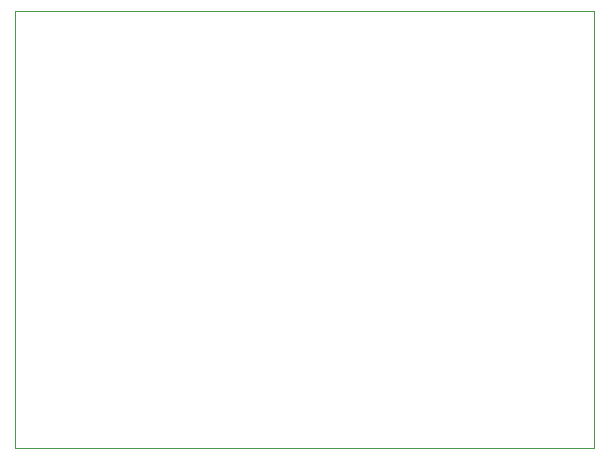
<source format=gbr>
G04 #@! TF.GenerationSoftware,KiCad,Pcbnew,(5.1.0)-1*
G04 #@! TF.CreationDate,2020-04-10T00:04:39+02:00*
G04 #@! TF.ProjectId,Heissluftballon,48656973-736c-4756-9674-62616c6c6f6e,rev?*
G04 #@! TF.SameCoordinates,Original*
G04 #@! TF.FileFunction,Profile,NP*
%FSLAX46Y46*%
G04 Gerber Fmt 4.6, Leading zero omitted, Abs format (unit mm)*
G04 Created by KiCad (PCBNEW (5.1.0)-1) date 2020-04-10 00:04:39*
%MOMM*%
%LPD*%
G04 APERTURE LIST*
%ADD10C,0.050000*%
G04 APERTURE END LIST*
D10*
X119000000Y-78000000D02*
X70000000Y-78000000D01*
X119000000Y-115000000D02*
X119000000Y-78000000D01*
X70000000Y-115000000D02*
X119000000Y-115000000D01*
X70000000Y-78000000D02*
X70000000Y-115000000D01*
M02*

</source>
